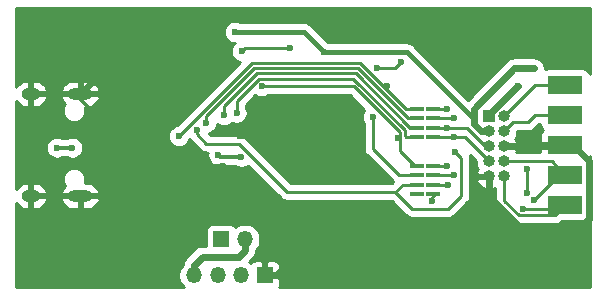
<source format=gbr>
%TF.GenerationSoftware,KiCad,Pcbnew,(5.1.9-0-10_14)*%
%TF.CreationDate,2021-02-21T16:58:23+08:00*%
%TF.ProjectId,stlinkv21_jlinkob,73746c69-6e6b-4763-9231-5f6a6c696e6b,rev?*%
%TF.SameCoordinates,Original*%
%TF.FileFunction,Copper,L2,Bot*%
%TF.FilePolarity,Positive*%
%FSLAX46Y46*%
G04 Gerber Fmt 4.6, Leading zero omitted, Abs format (unit mm)*
G04 Created by KiCad (PCBNEW (5.1.9-0-10_14)) date 2021-02-21 16:58:23*
%MOMM*%
%LPD*%
G01*
G04 APERTURE LIST*
%TA.AperFunction,SMDPad,CuDef*%
%ADD10R,1.200000X0.400000*%
%TD*%
%TA.AperFunction,SMDPad,CuDef*%
%ADD11R,2.999994X1.519936*%
%TD*%
%TA.AperFunction,ComponentPad*%
%ADD12O,1.350000X1.350000*%
%TD*%
%TA.AperFunction,ComponentPad*%
%ADD13R,1.350000X1.350000*%
%TD*%
%TA.AperFunction,ComponentPad*%
%ADD14O,1.000000X1.000000*%
%TD*%
%TA.AperFunction,ComponentPad*%
%ADD15R,1.000000X1.000000*%
%TD*%
%TA.AperFunction,ComponentPad*%
%ADD16O,2.100000X1.000000*%
%TD*%
%TA.AperFunction,ComponentPad*%
%ADD17O,1.600000X1.000000*%
%TD*%
%TA.AperFunction,ViaPad*%
%ADD18C,0.600000*%
%TD*%
%TA.AperFunction,Conductor*%
%ADD19C,0.300000*%
%TD*%
%TA.AperFunction,Conductor*%
%ADD20C,0.600000*%
%TD*%
%TA.AperFunction,Conductor*%
%ADD21C,0.400000*%
%TD*%
%TA.AperFunction,Conductor*%
%ADD22C,0.250000*%
%TD*%
%TA.AperFunction,Conductor*%
%ADD23C,0.254000*%
%TD*%
%TA.AperFunction,Conductor*%
%ADD24C,0.100000*%
%TD*%
G04 APERTURE END LIST*
D10*
%TO.P,RN4,5*%
%TO.N,Net-(RN4-Pad5)*%
X134600000Y-91410000D03*
%TO.P,RN4,6*%
%TO.N,PA9*%
X134600000Y-90610000D03*
%TO.P,RN4,7*%
%TO.N,PA3*%
X134600000Y-89810000D03*
%TO.P,RN4,8*%
%TO.N,PA2*%
X134600000Y-89010000D03*
%TO.P,RN4,4*%
%TO.N,Net-(RN2-Pad5)*%
X136000000Y-91410000D03*
%TO.P,RN4,1*%
%TO.N,TXD*%
X136000000Y-89010000D03*
%TO.P,RN4,3*%
%TO.N,GREEN*%
X136000000Y-90610000D03*
%TO.P,RN4,2*%
%TO.N,RXD*%
X136000000Y-89810000D03*
%TD*%
%TO.P,RN3,5*%
%TO.N,PB13*%
X134600000Y-86610000D03*
%TO.P,RN3,6*%
%TO.N,PB14*%
X134600000Y-85810000D03*
%TO.P,RN3,7*%
%TO.N,PB6*%
X134600000Y-85010000D03*
%TO.P,RN3,8*%
%TO.N,PA10*%
X134600000Y-84210000D03*
%TO.P,RN3,4*%
%TO.N,SWCLK*%
X136000000Y-86610000D03*
%TO.P,RN3,1*%
%TO.N,SWO*%
X136000000Y-84210000D03*
%TO.P,RN3,3*%
%TO.N,SWDIO*%
X136000000Y-85810000D03*
%TO.P,RN3,2*%
%TO.N,RST*%
X136000000Y-85010000D03*
%TD*%
D11*
%TO.P,J4,10*%
%TO.N,RXD*%
X147199394Y-92329746D03*
%TO.P,J4,8*%
%TO.N,TXD*%
X147199394Y-89789746D03*
%TO.P,J4,6*%
%TO.N,GND*%
X147199394Y-87249746D03*
%TO.P,J4,4*%
%TO.N,SWO*%
X147199394Y-84709746D03*
%TO.P,J4,2*%
%TO.N,RST*%
X147199394Y-82169746D03*
%TD*%
D12*
%TO.P,J3,4*%
%TO.N,+3V3*%
X115750000Y-98300000D03*
%TO.P,J3,3*%
%TO.N,m_DIO*%
X117750000Y-98300000D03*
%TO.P,J3,2*%
%TO.N,m_CLK*%
X119750000Y-98300000D03*
D13*
%TO.P,J3,1*%
%TO.N,GND*%
X121750000Y-98300000D03*
%TD*%
D14*
%TO.P,CON1,9*%
%TO.N,GND*%
X140735000Y-89910000D03*
%TO.P,CON1,10*%
%TO.N,RXD*%
X142005000Y-89910000D03*
%TO.P,CON1,7*%
%TO.N,SWCLK*%
X140735000Y-88640000D03*
%TO.P,CON1,8*%
%TO.N,TXD*%
X142005000Y-88640000D03*
%TO.P,CON1,5*%
%TO.N,SWDIO*%
X140735000Y-87370000D03*
%TO.P,CON1,6*%
%TO.N,GND*%
X142005000Y-87370000D03*
%TO.P,CON1,3*%
%TO.N,+3V3*%
X140735000Y-86100000D03*
%TO.P,CON1,4*%
%TO.N,SWO*%
X142005000Y-86100000D03*
%TO.P,CON1,2*%
%TO.N,RST*%
X142005000Y-84830000D03*
D15*
%TO.P,CON1,1*%
%TO.N,VBUS*%
X140735000Y-84830000D03*
%TD*%
D12*
%TO.P,J2,2*%
%TO.N,+3V3*%
X120070000Y-95230000D03*
D13*
%TO.P,J2,1*%
%TO.N,Net-(J2-Pad1)*%
X118070000Y-95230000D03*
%TD*%
D16*
%TO.P,J1,S1*%
%TO.N,GND*%
X106130000Y-91570000D03*
X106130000Y-82930000D03*
D17*
X101950000Y-82930000D03*
X101950000Y-91570000D03*
%TD*%
D18*
%TO.N,GND*%
X145542000Y-94234000D03*
X123594669Y-86545331D03*
X119629153Y-86514331D03*
X111400000Y-88630000D03*
X118244214Y-89015181D03*
X110240000Y-98350000D03*
X128400000Y-92610000D03*
X130900000Y-89840000D03*
X116056415Y-78536415D03*
X130070880Y-88254779D03*
X112370000Y-80120000D03*
%TO.N,VBUS*%
X143160000Y-82240000D03*
%TO.N,USB_DM*%
X105460000Y-87480000D03*
X104159999Y-87480437D03*
%TO.N,+3V3*%
X139446000Y-85090000D03*
X144526000Y-80772000D03*
X126780000Y-79410000D03*
X119770000Y-88260000D03*
X117830000Y-88105000D03*
X119200000Y-77680000D03*
%TO.N,RXD*%
X137767451Y-89814359D03*
X143592205Y-92635011D03*
%TO.N,TXD*%
X137160000Y-89020000D03*
X144525999Y-91910011D03*
%TO.N,SWDIO*%
X137161623Y-85811217D03*
X143978297Y-91285011D03*
X143980000Y-89265000D03*
%TO.N,SWO*%
X137160000Y-84210000D03*
%TO.N,SWCLK*%
X137760973Y-86611707D03*
%TO.N,RST*%
X137760001Y-85010002D03*
%TO.N,GREEN*%
X137265882Y-90679478D03*
%TO.N,PA9*%
X115990000Y-85990000D03*
X137870000Y-87830000D03*
%TO.N,PA3*%
X130900000Y-84880000D03*
X133300155Y-80209845D03*
X131260000Y-80720000D03*
%TO.N,PA4*%
X123880000Y-79070000D03*
X119810000Y-79330000D03*
%TO.N,PA2*%
X121486557Y-82276557D03*
X133014908Y-86636489D03*
%TO.N,PA10*%
X114470000Y-86500000D03*
X132083737Y-82296263D03*
%TO.N,PB6*%
X116790000Y-85370000D03*
%TO.N,PB13*%
X119360000Y-84530000D03*
%TO.N,PB14*%
X118290000Y-84720000D03*
%TO.N,Net-(RN2-Pad5)*%
X135870000Y-92030000D03*
%TD*%
D19*
%TO.N,GND*%
X119660153Y-86545331D02*
X119629153Y-86514331D01*
X123594669Y-86545331D02*
X119660153Y-86545331D01*
X108460000Y-91570000D02*
X106130000Y-91570000D01*
X111400000Y-88630000D02*
X108460000Y-91570000D01*
X111785181Y-89015181D02*
X111400000Y-88630000D01*
X118244214Y-89015181D02*
X111785181Y-89015181D01*
X106130000Y-83360000D02*
X106130000Y-82930000D01*
X111400000Y-88630000D02*
X106130000Y-83360000D01*
X106130000Y-94240000D02*
X106130000Y-91570000D01*
X110240000Y-98350000D02*
X106130000Y-94240000D01*
X130024000Y-94234000D02*
X128400000Y-92610000D01*
X145542000Y-94234000D02*
X130024000Y-94234000D01*
D20*
X148455107Y-94234000D02*
X145542000Y-94234000D01*
X149199392Y-93489715D02*
X148455107Y-94234000D01*
X147819361Y-87249746D02*
X149199392Y-88629777D01*
X149199392Y-88629777D02*
X149199392Y-93489715D01*
X147199394Y-87249746D02*
X147819361Y-87249746D01*
X147079140Y-87370000D02*
X147199394Y-87249746D01*
X142005000Y-87370000D02*
X147079140Y-87370000D01*
X140735000Y-91580896D02*
X140735000Y-89910000D01*
X143388104Y-94234000D02*
X140735000Y-91580896D01*
X145542000Y-94234000D02*
X143388104Y-94234000D01*
D19*
X130070880Y-89010880D02*
X130070880Y-88254779D01*
X130900000Y-89840000D02*
X130070880Y-89010880D01*
X113953585Y-78536415D02*
X112370000Y-80120000D01*
X116056415Y-78536415D02*
X113953585Y-78536415D01*
D20*
X122710000Y-98300000D02*
X128400000Y-92610000D01*
X121750000Y-98300000D02*
X122710000Y-98300000D01*
X108940000Y-80120000D02*
X106130000Y-82930000D01*
X112370000Y-80120000D02*
X108940000Y-80120000D01*
%TO.N,VBUS*%
X140735000Y-84665000D02*
X140735000Y-84830000D01*
X143160000Y-82240000D02*
X140735000Y-84665000D01*
D19*
%TO.N,USB_DM*%
X105459563Y-87480437D02*
X105460000Y-87480000D01*
X104159999Y-87480437D02*
X105459563Y-87480437D01*
D20*
%TO.N,+3V3*%
X120070000Y-96184594D02*
X119544594Y-96710000D01*
X120070000Y-95230000D02*
X120070000Y-96184594D01*
X119544594Y-96710000D02*
X116490000Y-96710000D01*
X115750000Y-97450000D02*
X115750000Y-98300000D01*
X116490000Y-96710000D02*
X115750000Y-97450000D01*
D21*
X133766000Y-79410000D02*
X126780000Y-79410000D01*
X139446000Y-85090000D02*
X133766000Y-79410000D01*
D19*
X117985000Y-88260000D02*
X117830000Y-88105000D01*
X119770000Y-88260000D02*
X117985000Y-88260000D01*
D20*
X139446000Y-84218998D02*
X139446000Y-85090000D01*
X142892998Y-80772000D02*
X139446000Y-84218998D01*
X144526000Y-80772000D02*
X142892998Y-80772000D01*
X139446000Y-85518106D02*
X139446000Y-85090000D01*
X140027894Y-86100000D02*
X139446000Y-85518106D01*
X140735000Y-86100000D02*
X140027894Y-86100000D01*
D21*
X126780000Y-79410000D02*
X125050000Y-77680000D01*
X125050000Y-77680000D02*
X119200000Y-77680000D01*
D22*
%TO.N,RXD*%
X136154359Y-89814359D02*
X136150000Y-89810000D01*
X137767451Y-89814359D02*
X136154359Y-89814359D01*
X147046648Y-92177000D02*
X147199394Y-92329746D01*
X142005000Y-89910000D02*
X142005000Y-91967000D01*
X142005000Y-91967000D02*
X143256000Y-93218000D01*
X146311140Y-93218000D02*
X147199394Y-92329746D01*
X143256000Y-93218000D02*
X146311140Y-93218000D01*
X146894129Y-92635011D02*
X147199394Y-92329746D01*
X143592205Y-92635011D02*
X146894129Y-92635011D01*
%TO.N,TXD*%
X136150000Y-89010000D02*
X136260000Y-89010000D01*
X136270000Y-89020000D02*
X137160000Y-89020000D01*
X136260000Y-89010000D02*
X136270000Y-89020000D01*
X146049648Y-88640000D02*
X147199394Y-89789746D01*
X142005000Y-88640000D02*
X146049648Y-88640000D01*
X146646264Y-89789746D02*
X147199394Y-89789746D01*
X144525999Y-91910011D02*
X146646264Y-89789746D01*
%TO.N,SWDIO*%
X136151217Y-85811217D02*
X136150000Y-85810000D01*
X137161623Y-85811217D02*
X136151217Y-85811217D01*
X140735000Y-87321002D02*
X140735000Y-87370000D01*
X143980000Y-91283308D02*
X143978297Y-91285011D01*
X143980000Y-89265000D02*
X143980000Y-91283308D01*
X138855214Y-85811217D02*
X140413997Y-87370000D01*
X140413997Y-87370000D02*
X140735000Y-87370000D01*
X137161623Y-85811217D02*
X138855214Y-85811217D01*
%TO.N,SWO*%
X137160000Y-84210000D02*
X136150000Y-84210000D01*
X142005000Y-86100000D02*
X142761000Y-85344000D01*
X142761000Y-85344000D02*
X144018000Y-85344000D01*
X144652254Y-84709746D02*
X147199394Y-84709746D01*
X144018000Y-85344000D02*
X144652254Y-84709746D01*
%TO.N,SWCLK*%
X137759266Y-86610000D02*
X137760973Y-86611707D01*
X136150000Y-86610000D02*
X137759266Y-86610000D01*
X138706707Y-86611707D02*
X140735000Y-88640000D01*
X137760973Y-86611707D02*
X138706707Y-86611707D01*
%TO.N,RST*%
X137759999Y-85010000D02*
X137760001Y-85010002D01*
X136150000Y-85010000D02*
X137759999Y-85010000D01*
X144665254Y-82169746D02*
X147199394Y-82169746D01*
X142005000Y-84830000D02*
X144665254Y-82169746D01*
%TO.N,GREEN*%
X137196404Y-90610000D02*
X137265882Y-90679478D01*
X136150000Y-90610000D02*
X137196404Y-90610000D01*
%TO.N,PA9*%
X119569332Y-87139332D02*
X116799332Y-87139332D01*
X123665001Y-91235001D02*
X119569332Y-87139332D01*
X132800001Y-91235001D02*
X123665001Y-91235001D01*
X133425002Y-90610000D02*
X132800001Y-91235001D01*
X134450000Y-90610000D02*
X133425002Y-90610000D01*
X115990000Y-86330000D02*
X115990000Y-85990000D01*
X116799332Y-87139332D02*
X115990000Y-86330000D01*
X138392452Y-88352452D02*
X138392452Y-91557548D01*
X137870000Y-87830000D02*
X138392452Y-88352452D01*
X134220001Y-92655001D02*
X132800001Y-91235001D01*
X137294999Y-92655001D02*
X134220001Y-92655001D01*
X138392452Y-91557548D02*
X137294999Y-92655001D01*
%TO.N,PA3*%
X131260000Y-80720000D02*
X132790000Y-80720000D01*
X132790000Y-80720000D02*
X133300155Y-80209845D01*
X134450000Y-89810000D02*
X133144998Y-89810000D01*
X130900000Y-87565002D02*
X130900000Y-84880000D01*
X133144998Y-89810000D02*
X130900000Y-87565002D01*
%TO.N,PA4*%
X120070000Y-79070000D02*
X119810000Y-79330000D01*
X123880000Y-79070000D02*
X120070000Y-79070000D01*
%TO.N,PA2*%
X121486557Y-82276557D02*
X129270917Y-82276557D01*
X133169990Y-87729990D02*
X134450000Y-89010000D01*
X133169990Y-86175630D02*
X133169990Y-87729990D01*
X129270917Y-82276557D02*
X133169990Y-86175630D01*
X133169990Y-86481407D02*
X133169990Y-86175630D01*
X133014908Y-86636489D02*
X133169990Y-86481407D01*
%TO.N,PA10*%
X114580000Y-86364341D02*
X114580000Y-86500000D01*
X120664341Y-80280000D02*
X120664341Y-80305659D01*
X120664341Y-80305659D02*
X114470000Y-86500000D01*
X134450000Y-84210000D02*
X133750000Y-84210000D01*
X129820000Y-80280000D02*
X120664341Y-80280000D01*
X132083737Y-82296263D02*
X131960000Y-82420000D01*
X131960000Y-82420000D02*
X129820000Y-80280000D01*
X133750000Y-84210000D02*
X131960000Y-82420000D01*
%TO.N,PB6*%
X116790000Y-84816410D02*
X116790000Y-85370000D01*
X129633600Y-80730010D02*
X120876400Y-80730010D01*
X120876400Y-80730010D02*
X116790000Y-84816410D01*
X133913590Y-85010000D02*
X129633600Y-80730010D01*
X134450000Y-85010000D02*
X133913590Y-85010000D01*
%TO.N,PB13*%
X119360000Y-83519230D02*
X119360000Y-84530000D01*
X121249200Y-81630030D02*
X119360000Y-83519230D01*
X129260800Y-81630030D02*
X121249200Y-81630030D01*
X133620000Y-85989230D02*
X129260800Y-81630030D01*
X133620000Y-86480000D02*
X133620000Y-85989230D01*
X133750000Y-86610000D02*
X133620000Y-86480000D01*
X134450000Y-86610000D02*
X133750000Y-86610000D01*
%TO.N,PB14*%
X118290000Y-83952820D02*
X118290000Y-84720000D01*
X129447200Y-81180020D02*
X121062800Y-81180020D01*
X121062800Y-81180020D02*
X118290000Y-83952820D01*
X134077180Y-85810000D02*
X129447200Y-81180020D01*
X134450000Y-85810000D02*
X134077180Y-85810000D01*
%TO.N,Net-(RN2-Pad5)*%
X135870000Y-91690000D02*
X136150000Y-91410000D01*
X135870000Y-92030000D02*
X135870000Y-91690000D01*
%TD*%
D23*
%TO.N,GND*%
X149315000Y-81251662D02*
X149288893Y-81165598D01*
X149229928Y-81055284D01*
X149150576Y-80958593D01*
X149053885Y-80879241D01*
X148943571Y-80820276D01*
X148823873Y-80783966D01*
X148699391Y-80771706D01*
X145699397Y-80771706D01*
X145574915Y-80783966D01*
X145461000Y-80818522D01*
X145461000Y-80817932D01*
X145465524Y-80772000D01*
X145461000Y-80726068D01*
X145461000Y-80679911D01*
X145451995Y-80634641D01*
X145447471Y-80588708D01*
X145434072Y-80544538D01*
X145425068Y-80499271D01*
X145407406Y-80456631D01*
X145394007Y-80412460D01*
X145372248Y-80371752D01*
X145354586Y-80329111D01*
X145328945Y-80290736D01*
X145307186Y-80250028D01*
X145277903Y-80214347D01*
X145252262Y-80175972D01*
X145219625Y-80143335D01*
X145190344Y-80107656D01*
X145154665Y-80078375D01*
X145122028Y-80045738D01*
X145083653Y-80020097D01*
X145047972Y-79990814D01*
X145007264Y-79969055D01*
X144968889Y-79943414D01*
X144926248Y-79925752D01*
X144885540Y-79903993D01*
X144841369Y-79890594D01*
X144798729Y-79872932D01*
X144753462Y-79863928D01*
X144709292Y-79850529D01*
X144663359Y-79846005D01*
X144618089Y-79837000D01*
X142938929Y-79837000D01*
X142892997Y-79832476D01*
X142709705Y-79850529D01*
X142656241Y-79866747D01*
X142533458Y-79903993D01*
X142371026Y-79990814D01*
X142228654Y-80107656D01*
X142199372Y-80143336D01*
X138939788Y-83402921D01*
X134385446Y-78848579D01*
X134359291Y-78816709D01*
X134232146Y-78712364D01*
X134087087Y-78634828D01*
X133929689Y-78587082D01*
X133807019Y-78575000D01*
X133807018Y-78575000D01*
X133766000Y-78570960D01*
X133724982Y-78575000D01*
X127207404Y-78575000D01*
X127068214Y-78517346D01*
X125669446Y-77118579D01*
X125643291Y-77086709D01*
X125516146Y-76982364D01*
X125371087Y-76904828D01*
X125213689Y-76857082D01*
X125091019Y-76845000D01*
X125091018Y-76845000D01*
X125050000Y-76840960D01*
X125008982Y-76845000D01*
X119627404Y-76845000D01*
X119472729Y-76780932D01*
X119292089Y-76745000D01*
X119107911Y-76745000D01*
X118927271Y-76780932D01*
X118757111Y-76851414D01*
X118603972Y-76953738D01*
X118473738Y-77083972D01*
X118371414Y-77237111D01*
X118300932Y-77407271D01*
X118265000Y-77587911D01*
X118265000Y-77772089D01*
X118300932Y-77952729D01*
X118371414Y-78122889D01*
X118473738Y-78276028D01*
X118603972Y-78406262D01*
X118757111Y-78508586D01*
X118927271Y-78579068D01*
X119107911Y-78615000D01*
X119202710Y-78615000D01*
X119083738Y-78733972D01*
X118981414Y-78887111D01*
X118910932Y-79057271D01*
X118875000Y-79237911D01*
X118875000Y-79422089D01*
X118910932Y-79602729D01*
X118981414Y-79772889D01*
X119083738Y-79926028D01*
X119213972Y-80056262D01*
X119367111Y-80158586D01*
X119537271Y-80229068D01*
X119644751Y-80250447D01*
X114318352Y-85576847D01*
X114197271Y-85600932D01*
X114027111Y-85671414D01*
X113873972Y-85773738D01*
X113743738Y-85903972D01*
X113641414Y-86057111D01*
X113570932Y-86227271D01*
X113535000Y-86407911D01*
X113535000Y-86592089D01*
X113570932Y-86772729D01*
X113641414Y-86942889D01*
X113743738Y-87096028D01*
X113873972Y-87226262D01*
X114027111Y-87328586D01*
X114197271Y-87399068D01*
X114377911Y-87435000D01*
X114562089Y-87435000D01*
X114742729Y-87399068D01*
X114912889Y-87328586D01*
X115066028Y-87226262D01*
X115196262Y-87096028D01*
X115298586Y-86942889D01*
X115369068Y-86772729D01*
X115369283Y-86771648D01*
X115387318Y-86793623D01*
X115449999Y-86870001D01*
X115479002Y-86893803D01*
X116235533Y-87650334D01*
X116259331Y-87679333D01*
X116375056Y-87774306D01*
X116507085Y-87844878D01*
X116650346Y-87888335D01*
X116761999Y-87899332D01*
X116762008Y-87899332D01*
X116799331Y-87903008D01*
X116836654Y-87899332D01*
X116917593Y-87899332D01*
X116895000Y-88012911D01*
X116895000Y-88197089D01*
X116930932Y-88377729D01*
X117001414Y-88547889D01*
X117103738Y-88701028D01*
X117233972Y-88831262D01*
X117387111Y-88933586D01*
X117557271Y-89004068D01*
X117737911Y-89040000D01*
X117895675Y-89040000D01*
X117946439Y-89045000D01*
X117946446Y-89045000D01*
X117984999Y-89048797D01*
X118023552Y-89045000D01*
X119261880Y-89045000D01*
X119327111Y-89088586D01*
X119497271Y-89159068D01*
X119677911Y-89195000D01*
X119862089Y-89195000D01*
X120042729Y-89159068D01*
X120212889Y-89088586D01*
X120351301Y-88996102D01*
X123101201Y-91746003D01*
X123125000Y-91775002D01*
X123240725Y-91869975D01*
X123372754Y-91940547D01*
X123516015Y-91984004D01*
X123627668Y-91995001D01*
X123627676Y-91995001D01*
X123665001Y-91998677D01*
X123702326Y-91995001D01*
X132485200Y-91995001D01*
X133656202Y-93166004D01*
X133680000Y-93195002D01*
X133795725Y-93289975D01*
X133927754Y-93360547D01*
X134071015Y-93404004D01*
X134182668Y-93415001D01*
X134182677Y-93415001D01*
X134220000Y-93418677D01*
X134257323Y-93415001D01*
X137257677Y-93415001D01*
X137294999Y-93418677D01*
X137332321Y-93415001D01*
X137332332Y-93415001D01*
X137443985Y-93404004D01*
X137587246Y-93360547D01*
X137719275Y-93289975D01*
X137835000Y-93195002D01*
X137858803Y-93165999D01*
X138903455Y-92121347D01*
X138932453Y-92097549D01*
X138984596Y-92034013D01*
X139027426Y-91981825D01*
X139097998Y-91849795D01*
X139113467Y-91798800D01*
X139141455Y-91706534D01*
X139152452Y-91594881D01*
X139152452Y-91594871D01*
X139156128Y-91557548D01*
X139152452Y-91520225D01*
X139152452Y-90211874D01*
X139640881Y-90211874D01*
X139657554Y-90266864D01*
X139747877Y-90470206D01*
X139876135Y-90652020D01*
X140037399Y-90805318D01*
X140225471Y-90924210D01*
X140433124Y-91004126D01*
X140608000Y-90879129D01*
X140608000Y-90037000D01*
X139767046Y-90037000D01*
X139640881Y-90211874D01*
X139152452Y-90211874D01*
X139152452Y-88389777D01*
X139156128Y-88352452D01*
X139152452Y-88315127D01*
X139152452Y-88315119D01*
X139141455Y-88203466D01*
X139105659Y-88085461D01*
X139600000Y-88579802D01*
X139600000Y-88751788D01*
X139643617Y-88971067D01*
X139729176Y-89177624D01*
X139797353Y-89279658D01*
X139747877Y-89349794D01*
X139657554Y-89553136D01*
X139640881Y-89608126D01*
X139767046Y-89783000D01*
X140608000Y-89783000D01*
X140608000Y-89771974D01*
X140623212Y-89775000D01*
X140846788Y-89775000D01*
X140862000Y-89771974D01*
X140862000Y-89783000D01*
X140873026Y-89783000D01*
X140870000Y-89798212D01*
X140870000Y-90021788D01*
X140873026Y-90037000D01*
X140862000Y-90037000D01*
X140862000Y-90879129D01*
X141036876Y-91004126D01*
X141244529Y-90924210D01*
X141245000Y-90923912D01*
X141245001Y-91929668D01*
X141241324Y-91967000D01*
X141245001Y-92004333D01*
X141255998Y-92115986D01*
X141258432Y-92124009D01*
X141299454Y-92259246D01*
X141370026Y-92391276D01*
X141424786Y-92458000D01*
X141465000Y-92507001D01*
X141493998Y-92530799D01*
X142692201Y-93729003D01*
X142715999Y-93758001D01*
X142831724Y-93852974D01*
X142963753Y-93923546D01*
X143107014Y-93967003D01*
X143218667Y-93978000D01*
X143218676Y-93978000D01*
X143255999Y-93981676D01*
X143293322Y-93978000D01*
X146273818Y-93978000D01*
X146311140Y-93981676D01*
X146348462Y-93978000D01*
X146348473Y-93978000D01*
X146460126Y-93967003D01*
X146603387Y-93923546D01*
X146735416Y-93852974D01*
X146851141Y-93758001D01*
X146874943Y-93728998D01*
X146876155Y-93727786D01*
X148699391Y-93727786D01*
X148823873Y-93715526D01*
X148943571Y-93679216D01*
X149053885Y-93620251D01*
X149150576Y-93540899D01*
X149229928Y-93444208D01*
X149288893Y-93333894D01*
X149315001Y-93247828D01*
X149315001Y-99315000D01*
X122963284Y-99315000D01*
X123014502Y-99219180D01*
X123050812Y-99099482D01*
X123063072Y-98975000D01*
X123060000Y-98585750D01*
X122901250Y-98427000D01*
X121877000Y-98427000D01*
X121877000Y-98447000D01*
X121623000Y-98447000D01*
X121623000Y-98427000D01*
X121603000Y-98427000D01*
X121603000Y-98173000D01*
X121623000Y-98173000D01*
X121623000Y-97148750D01*
X121877000Y-97148750D01*
X121877000Y-98173000D01*
X122901250Y-98173000D01*
X123060000Y-98014250D01*
X123063072Y-97625000D01*
X123050812Y-97500518D01*
X123014502Y-97380820D01*
X122955537Y-97270506D01*
X122876185Y-97173815D01*
X122779494Y-97094463D01*
X122669180Y-97035498D01*
X122549482Y-96999188D01*
X122425000Y-96986928D01*
X122035750Y-96990000D01*
X121877000Y-97148750D01*
X121623000Y-97148750D01*
X121464250Y-96990000D01*
X121075000Y-96986928D01*
X120950518Y-96999188D01*
X120830820Y-97035498D01*
X120720506Y-97094463D01*
X120623815Y-97173815D01*
X120552513Y-97260697D01*
X120410845Y-97166038D01*
X120698659Y-96878224D01*
X120734344Y-96848938D01*
X120851186Y-96706566D01*
X120938007Y-96544134D01*
X120991471Y-96367886D01*
X121009524Y-96184595D01*
X121005803Y-96146818D01*
X121087544Y-96065077D01*
X121230907Y-95850518D01*
X121329658Y-95612113D01*
X121380000Y-95359024D01*
X121380000Y-95100976D01*
X121329658Y-94847887D01*
X121230907Y-94609482D01*
X121087544Y-94394923D01*
X120905077Y-94212456D01*
X120690518Y-94069093D01*
X120452113Y-93970342D01*
X120199024Y-93920000D01*
X119940976Y-93920000D01*
X119687887Y-93970342D01*
X119449482Y-94069093D01*
X119267487Y-94190697D01*
X119196185Y-94103815D01*
X119099494Y-94024463D01*
X118989180Y-93965498D01*
X118869482Y-93929188D01*
X118745000Y-93916928D01*
X117395000Y-93916928D01*
X117270518Y-93929188D01*
X117150820Y-93965498D01*
X117040506Y-94024463D01*
X116943815Y-94103815D01*
X116864463Y-94200506D01*
X116805498Y-94310820D01*
X116769188Y-94430518D01*
X116756928Y-94555000D01*
X116756928Y-95775000D01*
X116535931Y-95775000D01*
X116489999Y-95770476D01*
X116306707Y-95788529D01*
X116253243Y-95804747D01*
X116130460Y-95841993D01*
X115968028Y-95928814D01*
X115825656Y-96045656D01*
X115796376Y-96081334D01*
X115121341Y-96756370D01*
X115085656Y-96785656D01*
X114968814Y-96928029D01*
X114881993Y-97090461D01*
X114856708Y-97173815D01*
X114828529Y-97266709D01*
X114817370Y-97380009D01*
X114732456Y-97464923D01*
X114589093Y-97679482D01*
X114490342Y-97917887D01*
X114440000Y-98170976D01*
X114440000Y-98429024D01*
X114490342Y-98682113D01*
X114589093Y-98920518D01*
X114732456Y-99135077D01*
X114912379Y-99315000D01*
X100685000Y-99315000D01*
X100685000Y-92170882D01*
X100757631Y-92282764D01*
X100913831Y-92443161D01*
X101098322Y-92570003D01*
X101304013Y-92658415D01*
X101523000Y-92705000D01*
X101823000Y-92705000D01*
X101823000Y-91697000D01*
X102077000Y-91697000D01*
X102077000Y-92705000D01*
X102377000Y-92705000D01*
X102595987Y-92658415D01*
X102801678Y-92570003D01*
X102986169Y-92443161D01*
X103142369Y-92282764D01*
X103264276Y-92094976D01*
X103344119Y-91871874D01*
X104485881Y-91871874D01*
X104565724Y-92094976D01*
X104687631Y-92282764D01*
X104843831Y-92443161D01*
X105028322Y-92570003D01*
X105234013Y-92658415D01*
X105453000Y-92705000D01*
X106003000Y-92705000D01*
X106003000Y-91697000D01*
X106257000Y-91697000D01*
X106257000Y-92705000D01*
X106807000Y-92705000D01*
X107025987Y-92658415D01*
X107231678Y-92570003D01*
X107416169Y-92443161D01*
X107572369Y-92282764D01*
X107694276Y-92094976D01*
X107774119Y-91871874D01*
X107647954Y-91697000D01*
X106257000Y-91697000D01*
X106003000Y-91697000D01*
X104612046Y-91697000D01*
X104485881Y-91871874D01*
X103344119Y-91871874D01*
X103217954Y-91697000D01*
X102077000Y-91697000D01*
X101823000Y-91697000D01*
X101803000Y-91697000D01*
X101803000Y-91443000D01*
X101823000Y-91443000D01*
X101823000Y-90435000D01*
X102077000Y-90435000D01*
X102077000Y-91443000D01*
X103217954Y-91443000D01*
X103344119Y-91268126D01*
X104485881Y-91268126D01*
X104612046Y-91443000D01*
X106003000Y-91443000D01*
X106003000Y-91423000D01*
X106257000Y-91423000D01*
X106257000Y-91443000D01*
X107647954Y-91443000D01*
X107774119Y-91268126D01*
X107694276Y-91045024D01*
X107572369Y-90857236D01*
X107416169Y-90696839D01*
X107231678Y-90569997D01*
X107025987Y-90481585D01*
X106807000Y-90435000D01*
X106516904Y-90435000D01*
X106523108Y-90420022D01*
X106560000Y-90234552D01*
X106560000Y-90045448D01*
X106523108Y-89859978D01*
X106450741Y-89685269D01*
X106345681Y-89528036D01*
X106211964Y-89394319D01*
X106054731Y-89289259D01*
X105880022Y-89216892D01*
X105694552Y-89180000D01*
X105505448Y-89180000D01*
X105319978Y-89216892D01*
X105145269Y-89289259D01*
X104988036Y-89394319D01*
X104854319Y-89528036D01*
X104749259Y-89685269D01*
X104676892Y-89859978D01*
X104640000Y-90045448D01*
X104640000Y-90234552D01*
X104676892Y-90420022D01*
X104749259Y-90594731D01*
X104828206Y-90712884D01*
X104687631Y-90857236D01*
X104565724Y-91045024D01*
X104485881Y-91268126D01*
X103344119Y-91268126D01*
X103264276Y-91045024D01*
X103142369Y-90857236D01*
X102986169Y-90696839D01*
X102801678Y-90569997D01*
X102595987Y-90481585D01*
X102377000Y-90435000D01*
X102077000Y-90435000D01*
X101823000Y-90435000D01*
X101523000Y-90435000D01*
X101304013Y-90481585D01*
X101098322Y-90569997D01*
X100913831Y-90696839D01*
X100757631Y-90857236D01*
X100685000Y-90969118D01*
X100685000Y-87388348D01*
X103224999Y-87388348D01*
X103224999Y-87572526D01*
X103260931Y-87753166D01*
X103331413Y-87923326D01*
X103433737Y-88076465D01*
X103563971Y-88206699D01*
X103717110Y-88309023D01*
X103887270Y-88379505D01*
X104067910Y-88415437D01*
X104252088Y-88415437D01*
X104432728Y-88379505D01*
X104602888Y-88309023D01*
X104668119Y-88265437D01*
X104952534Y-88265437D01*
X105017111Y-88308586D01*
X105187271Y-88379068D01*
X105367911Y-88415000D01*
X105552089Y-88415000D01*
X105732729Y-88379068D01*
X105902889Y-88308586D01*
X106056028Y-88206262D01*
X106186262Y-88076028D01*
X106288586Y-87922889D01*
X106359068Y-87752729D01*
X106395000Y-87572089D01*
X106395000Y-87387911D01*
X106359068Y-87207271D01*
X106288586Y-87037111D01*
X106186262Y-86883972D01*
X106056028Y-86753738D01*
X105902889Y-86651414D01*
X105732729Y-86580932D01*
X105552089Y-86545000D01*
X105367911Y-86545000D01*
X105187271Y-86580932D01*
X105017111Y-86651414D01*
X104951226Y-86695437D01*
X104668119Y-86695437D01*
X104602888Y-86651851D01*
X104432728Y-86581369D01*
X104252088Y-86545437D01*
X104067910Y-86545437D01*
X103887270Y-86581369D01*
X103717110Y-86651851D01*
X103563971Y-86754175D01*
X103433737Y-86884409D01*
X103331413Y-87037548D01*
X103260931Y-87207708D01*
X103224999Y-87388348D01*
X100685000Y-87388348D01*
X100685000Y-83530882D01*
X100757631Y-83642764D01*
X100913831Y-83803161D01*
X101098322Y-83930003D01*
X101304013Y-84018415D01*
X101523000Y-84065000D01*
X101823000Y-84065000D01*
X101823000Y-83057000D01*
X102077000Y-83057000D01*
X102077000Y-84065000D01*
X102377000Y-84065000D01*
X102595987Y-84018415D01*
X102801678Y-83930003D01*
X102986169Y-83803161D01*
X103142369Y-83642764D01*
X103264276Y-83454976D01*
X103344119Y-83231874D01*
X104485881Y-83231874D01*
X104565724Y-83454976D01*
X104687631Y-83642764D01*
X104828206Y-83787116D01*
X104749259Y-83905269D01*
X104676892Y-84079978D01*
X104640000Y-84265448D01*
X104640000Y-84454552D01*
X104676892Y-84640022D01*
X104749259Y-84814731D01*
X104854319Y-84971964D01*
X104988036Y-85105681D01*
X105145269Y-85210741D01*
X105319978Y-85283108D01*
X105505448Y-85320000D01*
X105694552Y-85320000D01*
X105880022Y-85283108D01*
X106054731Y-85210741D01*
X106211964Y-85105681D01*
X106345681Y-84971964D01*
X106450741Y-84814731D01*
X106523108Y-84640022D01*
X106560000Y-84454552D01*
X106560000Y-84265448D01*
X106523108Y-84079978D01*
X106516904Y-84065000D01*
X106807000Y-84065000D01*
X107025987Y-84018415D01*
X107231678Y-83930003D01*
X107416169Y-83803161D01*
X107572369Y-83642764D01*
X107694276Y-83454976D01*
X107774119Y-83231874D01*
X107647954Y-83057000D01*
X106257000Y-83057000D01*
X106257000Y-83077000D01*
X106003000Y-83077000D01*
X106003000Y-83057000D01*
X104612046Y-83057000D01*
X104485881Y-83231874D01*
X103344119Y-83231874D01*
X103217954Y-83057000D01*
X102077000Y-83057000D01*
X101823000Y-83057000D01*
X101803000Y-83057000D01*
X101803000Y-82803000D01*
X101823000Y-82803000D01*
X101823000Y-81795000D01*
X102077000Y-81795000D01*
X102077000Y-82803000D01*
X103217954Y-82803000D01*
X103344119Y-82628126D01*
X104485881Y-82628126D01*
X104612046Y-82803000D01*
X106003000Y-82803000D01*
X106003000Y-81795000D01*
X106257000Y-81795000D01*
X106257000Y-82803000D01*
X107647954Y-82803000D01*
X107774119Y-82628126D01*
X107694276Y-82405024D01*
X107572369Y-82217236D01*
X107416169Y-82056839D01*
X107231678Y-81929997D01*
X107025987Y-81841585D01*
X106807000Y-81795000D01*
X106257000Y-81795000D01*
X106003000Y-81795000D01*
X105453000Y-81795000D01*
X105234013Y-81841585D01*
X105028322Y-81929997D01*
X104843831Y-82056839D01*
X104687631Y-82217236D01*
X104565724Y-82405024D01*
X104485881Y-82628126D01*
X103344119Y-82628126D01*
X103264276Y-82405024D01*
X103142369Y-82217236D01*
X102986169Y-82056839D01*
X102801678Y-81929997D01*
X102595987Y-81841585D01*
X102377000Y-81795000D01*
X102077000Y-81795000D01*
X101823000Y-81795000D01*
X101523000Y-81795000D01*
X101304013Y-81841585D01*
X101098322Y-81929997D01*
X100913831Y-82056839D01*
X100757631Y-82217236D01*
X100685000Y-82329118D01*
X100685000Y-75685000D01*
X149315000Y-75685000D01*
X149315000Y-81251662D01*
%TA.AperFunction,Conductor*%
D24*
G36*
X149315000Y-81251662D02*
G01*
X149288893Y-81165598D01*
X149229928Y-81055284D01*
X149150576Y-80958593D01*
X149053885Y-80879241D01*
X148943571Y-80820276D01*
X148823873Y-80783966D01*
X148699391Y-80771706D01*
X145699397Y-80771706D01*
X145574915Y-80783966D01*
X145461000Y-80818522D01*
X145461000Y-80817932D01*
X145465524Y-80772000D01*
X145461000Y-80726068D01*
X145461000Y-80679911D01*
X145451995Y-80634641D01*
X145447471Y-80588708D01*
X145434072Y-80544538D01*
X145425068Y-80499271D01*
X145407406Y-80456631D01*
X145394007Y-80412460D01*
X145372248Y-80371752D01*
X145354586Y-80329111D01*
X145328945Y-80290736D01*
X145307186Y-80250028D01*
X145277903Y-80214347D01*
X145252262Y-80175972D01*
X145219625Y-80143335D01*
X145190344Y-80107656D01*
X145154665Y-80078375D01*
X145122028Y-80045738D01*
X145083653Y-80020097D01*
X145047972Y-79990814D01*
X145007264Y-79969055D01*
X144968889Y-79943414D01*
X144926248Y-79925752D01*
X144885540Y-79903993D01*
X144841369Y-79890594D01*
X144798729Y-79872932D01*
X144753462Y-79863928D01*
X144709292Y-79850529D01*
X144663359Y-79846005D01*
X144618089Y-79837000D01*
X142938929Y-79837000D01*
X142892997Y-79832476D01*
X142709705Y-79850529D01*
X142656241Y-79866747D01*
X142533458Y-79903993D01*
X142371026Y-79990814D01*
X142228654Y-80107656D01*
X142199372Y-80143336D01*
X138939788Y-83402921D01*
X134385446Y-78848579D01*
X134359291Y-78816709D01*
X134232146Y-78712364D01*
X134087087Y-78634828D01*
X133929689Y-78587082D01*
X133807019Y-78575000D01*
X133807018Y-78575000D01*
X133766000Y-78570960D01*
X133724982Y-78575000D01*
X127207404Y-78575000D01*
X127068214Y-78517346D01*
X125669446Y-77118579D01*
X125643291Y-77086709D01*
X125516146Y-76982364D01*
X125371087Y-76904828D01*
X125213689Y-76857082D01*
X125091019Y-76845000D01*
X125091018Y-76845000D01*
X125050000Y-76840960D01*
X125008982Y-76845000D01*
X119627404Y-76845000D01*
X119472729Y-76780932D01*
X119292089Y-76745000D01*
X119107911Y-76745000D01*
X118927271Y-76780932D01*
X118757111Y-76851414D01*
X118603972Y-76953738D01*
X118473738Y-77083972D01*
X118371414Y-77237111D01*
X118300932Y-77407271D01*
X118265000Y-77587911D01*
X118265000Y-77772089D01*
X118300932Y-77952729D01*
X118371414Y-78122889D01*
X118473738Y-78276028D01*
X118603972Y-78406262D01*
X118757111Y-78508586D01*
X118927271Y-78579068D01*
X119107911Y-78615000D01*
X119202710Y-78615000D01*
X119083738Y-78733972D01*
X118981414Y-78887111D01*
X118910932Y-79057271D01*
X118875000Y-79237911D01*
X118875000Y-79422089D01*
X118910932Y-79602729D01*
X118981414Y-79772889D01*
X119083738Y-79926028D01*
X119213972Y-80056262D01*
X119367111Y-80158586D01*
X119537271Y-80229068D01*
X119644751Y-80250447D01*
X114318352Y-85576847D01*
X114197271Y-85600932D01*
X114027111Y-85671414D01*
X113873972Y-85773738D01*
X113743738Y-85903972D01*
X113641414Y-86057111D01*
X113570932Y-86227271D01*
X113535000Y-86407911D01*
X113535000Y-86592089D01*
X113570932Y-86772729D01*
X113641414Y-86942889D01*
X113743738Y-87096028D01*
X113873972Y-87226262D01*
X114027111Y-87328586D01*
X114197271Y-87399068D01*
X114377911Y-87435000D01*
X114562089Y-87435000D01*
X114742729Y-87399068D01*
X114912889Y-87328586D01*
X115066028Y-87226262D01*
X115196262Y-87096028D01*
X115298586Y-86942889D01*
X115369068Y-86772729D01*
X115369283Y-86771648D01*
X115387318Y-86793623D01*
X115449999Y-86870001D01*
X115479002Y-86893803D01*
X116235533Y-87650334D01*
X116259331Y-87679333D01*
X116375056Y-87774306D01*
X116507085Y-87844878D01*
X116650346Y-87888335D01*
X116761999Y-87899332D01*
X116762008Y-87899332D01*
X116799331Y-87903008D01*
X116836654Y-87899332D01*
X116917593Y-87899332D01*
X116895000Y-88012911D01*
X116895000Y-88197089D01*
X116930932Y-88377729D01*
X117001414Y-88547889D01*
X117103738Y-88701028D01*
X117233972Y-88831262D01*
X117387111Y-88933586D01*
X117557271Y-89004068D01*
X117737911Y-89040000D01*
X117895675Y-89040000D01*
X117946439Y-89045000D01*
X117946446Y-89045000D01*
X117984999Y-89048797D01*
X118023552Y-89045000D01*
X119261880Y-89045000D01*
X119327111Y-89088586D01*
X119497271Y-89159068D01*
X119677911Y-89195000D01*
X119862089Y-89195000D01*
X120042729Y-89159068D01*
X120212889Y-89088586D01*
X120351301Y-88996102D01*
X123101201Y-91746003D01*
X123125000Y-91775002D01*
X123240725Y-91869975D01*
X123372754Y-91940547D01*
X123516015Y-91984004D01*
X123627668Y-91995001D01*
X123627676Y-91995001D01*
X123665001Y-91998677D01*
X123702326Y-91995001D01*
X132485200Y-91995001D01*
X133656202Y-93166004D01*
X133680000Y-93195002D01*
X133795725Y-93289975D01*
X133927754Y-93360547D01*
X134071015Y-93404004D01*
X134182668Y-93415001D01*
X134182677Y-93415001D01*
X134220000Y-93418677D01*
X134257323Y-93415001D01*
X137257677Y-93415001D01*
X137294999Y-93418677D01*
X137332321Y-93415001D01*
X137332332Y-93415001D01*
X137443985Y-93404004D01*
X137587246Y-93360547D01*
X137719275Y-93289975D01*
X137835000Y-93195002D01*
X137858803Y-93165999D01*
X138903455Y-92121347D01*
X138932453Y-92097549D01*
X138984596Y-92034013D01*
X139027426Y-91981825D01*
X139097998Y-91849795D01*
X139113467Y-91798800D01*
X139141455Y-91706534D01*
X139152452Y-91594881D01*
X139152452Y-91594871D01*
X139156128Y-91557548D01*
X139152452Y-91520225D01*
X139152452Y-90211874D01*
X139640881Y-90211874D01*
X139657554Y-90266864D01*
X139747877Y-90470206D01*
X139876135Y-90652020D01*
X140037399Y-90805318D01*
X140225471Y-90924210D01*
X140433124Y-91004126D01*
X140608000Y-90879129D01*
X140608000Y-90037000D01*
X139767046Y-90037000D01*
X139640881Y-90211874D01*
X139152452Y-90211874D01*
X139152452Y-88389777D01*
X139156128Y-88352452D01*
X139152452Y-88315127D01*
X139152452Y-88315119D01*
X139141455Y-88203466D01*
X139105659Y-88085461D01*
X139600000Y-88579802D01*
X139600000Y-88751788D01*
X139643617Y-88971067D01*
X139729176Y-89177624D01*
X139797353Y-89279658D01*
X139747877Y-89349794D01*
X139657554Y-89553136D01*
X139640881Y-89608126D01*
X139767046Y-89783000D01*
X140608000Y-89783000D01*
X140608000Y-89771974D01*
X140623212Y-89775000D01*
X140846788Y-89775000D01*
X140862000Y-89771974D01*
X140862000Y-89783000D01*
X140873026Y-89783000D01*
X140870000Y-89798212D01*
X140870000Y-90021788D01*
X140873026Y-90037000D01*
X140862000Y-90037000D01*
X140862000Y-90879129D01*
X141036876Y-91004126D01*
X141244529Y-90924210D01*
X141245000Y-90923912D01*
X141245001Y-91929668D01*
X141241324Y-91967000D01*
X141245001Y-92004333D01*
X141255998Y-92115986D01*
X141258432Y-92124009D01*
X141299454Y-92259246D01*
X141370026Y-92391276D01*
X141424786Y-92458000D01*
X141465000Y-92507001D01*
X141493998Y-92530799D01*
X142692201Y-93729003D01*
X142715999Y-93758001D01*
X142831724Y-93852974D01*
X142963753Y-93923546D01*
X143107014Y-93967003D01*
X143218667Y-93978000D01*
X143218676Y-93978000D01*
X143255999Y-93981676D01*
X143293322Y-93978000D01*
X146273818Y-93978000D01*
X146311140Y-93981676D01*
X146348462Y-93978000D01*
X146348473Y-93978000D01*
X146460126Y-93967003D01*
X146603387Y-93923546D01*
X146735416Y-93852974D01*
X146851141Y-93758001D01*
X146874943Y-93728998D01*
X146876155Y-93727786D01*
X148699391Y-93727786D01*
X148823873Y-93715526D01*
X148943571Y-93679216D01*
X149053885Y-93620251D01*
X149150576Y-93540899D01*
X149229928Y-93444208D01*
X149288893Y-93333894D01*
X149315001Y-93247828D01*
X149315001Y-99315000D01*
X122963284Y-99315000D01*
X123014502Y-99219180D01*
X123050812Y-99099482D01*
X123063072Y-98975000D01*
X123060000Y-98585750D01*
X122901250Y-98427000D01*
X121877000Y-98427000D01*
X121877000Y-98447000D01*
X121623000Y-98447000D01*
X121623000Y-98427000D01*
X121603000Y-98427000D01*
X121603000Y-98173000D01*
X121623000Y-98173000D01*
X121623000Y-97148750D01*
X121877000Y-97148750D01*
X121877000Y-98173000D01*
X122901250Y-98173000D01*
X123060000Y-98014250D01*
X123063072Y-97625000D01*
X123050812Y-97500518D01*
X123014502Y-97380820D01*
X122955537Y-97270506D01*
X122876185Y-97173815D01*
X122779494Y-97094463D01*
X122669180Y-97035498D01*
X122549482Y-96999188D01*
X122425000Y-96986928D01*
X122035750Y-96990000D01*
X121877000Y-97148750D01*
X121623000Y-97148750D01*
X121464250Y-96990000D01*
X121075000Y-96986928D01*
X120950518Y-96999188D01*
X120830820Y-97035498D01*
X120720506Y-97094463D01*
X120623815Y-97173815D01*
X120552513Y-97260697D01*
X120410845Y-97166038D01*
X120698659Y-96878224D01*
X120734344Y-96848938D01*
X120851186Y-96706566D01*
X120938007Y-96544134D01*
X120991471Y-96367886D01*
X121009524Y-96184595D01*
X121005803Y-96146818D01*
X121087544Y-96065077D01*
X121230907Y-95850518D01*
X121329658Y-95612113D01*
X121380000Y-95359024D01*
X121380000Y-95100976D01*
X121329658Y-94847887D01*
X121230907Y-94609482D01*
X121087544Y-94394923D01*
X120905077Y-94212456D01*
X120690518Y-94069093D01*
X120452113Y-93970342D01*
X120199024Y-93920000D01*
X119940976Y-93920000D01*
X119687887Y-93970342D01*
X119449482Y-94069093D01*
X119267487Y-94190697D01*
X119196185Y-94103815D01*
X119099494Y-94024463D01*
X118989180Y-93965498D01*
X118869482Y-93929188D01*
X118745000Y-93916928D01*
X117395000Y-93916928D01*
X117270518Y-93929188D01*
X117150820Y-93965498D01*
X117040506Y-94024463D01*
X116943815Y-94103815D01*
X116864463Y-94200506D01*
X116805498Y-94310820D01*
X116769188Y-94430518D01*
X116756928Y-94555000D01*
X116756928Y-95775000D01*
X116535931Y-95775000D01*
X116489999Y-95770476D01*
X116306707Y-95788529D01*
X116253243Y-95804747D01*
X116130460Y-95841993D01*
X115968028Y-95928814D01*
X115825656Y-96045656D01*
X115796376Y-96081334D01*
X115121341Y-96756370D01*
X115085656Y-96785656D01*
X114968814Y-96928029D01*
X114881993Y-97090461D01*
X114856708Y-97173815D01*
X114828529Y-97266709D01*
X114817370Y-97380009D01*
X114732456Y-97464923D01*
X114589093Y-97679482D01*
X114490342Y-97917887D01*
X114440000Y-98170976D01*
X114440000Y-98429024D01*
X114490342Y-98682113D01*
X114589093Y-98920518D01*
X114732456Y-99135077D01*
X114912379Y-99315000D01*
X100685000Y-99315000D01*
X100685000Y-92170882D01*
X100757631Y-92282764D01*
X100913831Y-92443161D01*
X101098322Y-92570003D01*
X101304013Y-92658415D01*
X101523000Y-92705000D01*
X101823000Y-92705000D01*
X101823000Y-91697000D01*
X102077000Y-91697000D01*
X102077000Y-92705000D01*
X102377000Y-92705000D01*
X102595987Y-92658415D01*
X102801678Y-92570003D01*
X102986169Y-92443161D01*
X103142369Y-92282764D01*
X103264276Y-92094976D01*
X103344119Y-91871874D01*
X104485881Y-91871874D01*
X104565724Y-92094976D01*
X104687631Y-92282764D01*
X104843831Y-92443161D01*
X105028322Y-92570003D01*
X105234013Y-92658415D01*
X105453000Y-92705000D01*
X106003000Y-92705000D01*
X106003000Y-91697000D01*
X106257000Y-91697000D01*
X106257000Y-92705000D01*
X106807000Y-92705000D01*
X107025987Y-92658415D01*
X107231678Y-92570003D01*
X107416169Y-92443161D01*
X107572369Y-92282764D01*
X107694276Y-92094976D01*
X107774119Y-91871874D01*
X107647954Y-91697000D01*
X106257000Y-91697000D01*
X106003000Y-91697000D01*
X104612046Y-91697000D01*
X104485881Y-91871874D01*
X103344119Y-91871874D01*
X103217954Y-91697000D01*
X102077000Y-91697000D01*
X101823000Y-91697000D01*
X101803000Y-91697000D01*
X101803000Y-91443000D01*
X101823000Y-91443000D01*
X101823000Y-90435000D01*
X102077000Y-90435000D01*
X102077000Y-91443000D01*
X103217954Y-91443000D01*
X103344119Y-91268126D01*
X104485881Y-91268126D01*
X104612046Y-91443000D01*
X106003000Y-91443000D01*
X106003000Y-91423000D01*
X106257000Y-91423000D01*
X106257000Y-91443000D01*
X107647954Y-91443000D01*
X107774119Y-91268126D01*
X107694276Y-91045024D01*
X107572369Y-90857236D01*
X107416169Y-90696839D01*
X107231678Y-90569997D01*
X107025987Y-90481585D01*
X106807000Y-90435000D01*
X106516904Y-90435000D01*
X106523108Y-90420022D01*
X106560000Y-90234552D01*
X106560000Y-90045448D01*
X106523108Y-89859978D01*
X106450741Y-89685269D01*
X106345681Y-89528036D01*
X106211964Y-89394319D01*
X106054731Y-89289259D01*
X105880022Y-89216892D01*
X105694552Y-89180000D01*
X105505448Y-89180000D01*
X105319978Y-89216892D01*
X105145269Y-89289259D01*
X104988036Y-89394319D01*
X104854319Y-89528036D01*
X104749259Y-89685269D01*
X104676892Y-89859978D01*
X104640000Y-90045448D01*
X104640000Y-90234552D01*
X104676892Y-90420022D01*
X104749259Y-90594731D01*
X104828206Y-90712884D01*
X104687631Y-90857236D01*
X104565724Y-91045024D01*
X104485881Y-91268126D01*
X103344119Y-91268126D01*
X103264276Y-91045024D01*
X103142369Y-90857236D01*
X102986169Y-90696839D01*
X102801678Y-90569997D01*
X102595987Y-90481585D01*
X102377000Y-90435000D01*
X102077000Y-90435000D01*
X101823000Y-90435000D01*
X101523000Y-90435000D01*
X101304013Y-90481585D01*
X101098322Y-90569997D01*
X100913831Y-90696839D01*
X100757631Y-90857236D01*
X100685000Y-90969118D01*
X100685000Y-87388348D01*
X103224999Y-87388348D01*
X103224999Y-87572526D01*
X103260931Y-87753166D01*
X103331413Y-87923326D01*
X103433737Y-88076465D01*
X103563971Y-88206699D01*
X103717110Y-88309023D01*
X103887270Y-88379505D01*
X104067910Y-88415437D01*
X104252088Y-88415437D01*
X104432728Y-88379505D01*
X104602888Y-88309023D01*
X104668119Y-88265437D01*
X104952534Y-88265437D01*
X105017111Y-88308586D01*
X105187271Y-88379068D01*
X105367911Y-88415000D01*
X105552089Y-88415000D01*
X105732729Y-88379068D01*
X105902889Y-88308586D01*
X106056028Y-88206262D01*
X106186262Y-88076028D01*
X106288586Y-87922889D01*
X106359068Y-87752729D01*
X106395000Y-87572089D01*
X106395000Y-87387911D01*
X106359068Y-87207271D01*
X106288586Y-87037111D01*
X106186262Y-86883972D01*
X106056028Y-86753738D01*
X105902889Y-86651414D01*
X105732729Y-86580932D01*
X105552089Y-86545000D01*
X105367911Y-86545000D01*
X105187271Y-86580932D01*
X105017111Y-86651414D01*
X104951226Y-86695437D01*
X104668119Y-86695437D01*
X104602888Y-86651851D01*
X104432728Y-86581369D01*
X104252088Y-86545437D01*
X104067910Y-86545437D01*
X103887270Y-86581369D01*
X103717110Y-86651851D01*
X103563971Y-86754175D01*
X103433737Y-86884409D01*
X103331413Y-87037548D01*
X103260931Y-87207708D01*
X103224999Y-87388348D01*
X100685000Y-87388348D01*
X100685000Y-83530882D01*
X100757631Y-83642764D01*
X100913831Y-83803161D01*
X101098322Y-83930003D01*
X101304013Y-84018415D01*
X101523000Y-84065000D01*
X101823000Y-84065000D01*
X101823000Y-83057000D01*
X102077000Y-83057000D01*
X102077000Y-84065000D01*
X102377000Y-84065000D01*
X102595987Y-84018415D01*
X102801678Y-83930003D01*
X102986169Y-83803161D01*
X103142369Y-83642764D01*
X103264276Y-83454976D01*
X103344119Y-83231874D01*
X104485881Y-83231874D01*
X104565724Y-83454976D01*
X104687631Y-83642764D01*
X104828206Y-83787116D01*
X104749259Y-83905269D01*
X104676892Y-84079978D01*
X104640000Y-84265448D01*
X104640000Y-84454552D01*
X104676892Y-84640022D01*
X104749259Y-84814731D01*
X104854319Y-84971964D01*
X104988036Y-85105681D01*
X105145269Y-85210741D01*
X105319978Y-85283108D01*
X105505448Y-85320000D01*
X105694552Y-85320000D01*
X105880022Y-85283108D01*
X106054731Y-85210741D01*
X106211964Y-85105681D01*
X106345681Y-84971964D01*
X106450741Y-84814731D01*
X106523108Y-84640022D01*
X106560000Y-84454552D01*
X106560000Y-84265448D01*
X106523108Y-84079978D01*
X106516904Y-84065000D01*
X106807000Y-84065000D01*
X107025987Y-84018415D01*
X107231678Y-83930003D01*
X107416169Y-83803161D01*
X107572369Y-83642764D01*
X107694276Y-83454976D01*
X107774119Y-83231874D01*
X107647954Y-83057000D01*
X106257000Y-83057000D01*
X106257000Y-83077000D01*
X106003000Y-83077000D01*
X106003000Y-83057000D01*
X104612046Y-83057000D01*
X104485881Y-83231874D01*
X103344119Y-83231874D01*
X103217954Y-83057000D01*
X102077000Y-83057000D01*
X101823000Y-83057000D01*
X101803000Y-83057000D01*
X101803000Y-82803000D01*
X101823000Y-82803000D01*
X101823000Y-81795000D01*
X102077000Y-81795000D01*
X102077000Y-82803000D01*
X103217954Y-82803000D01*
X103344119Y-82628126D01*
X104485881Y-82628126D01*
X104612046Y-82803000D01*
X106003000Y-82803000D01*
X106003000Y-81795000D01*
X106257000Y-81795000D01*
X106257000Y-82803000D01*
X107647954Y-82803000D01*
X107774119Y-82628126D01*
X107694276Y-82405024D01*
X107572369Y-82217236D01*
X107416169Y-82056839D01*
X107231678Y-81929997D01*
X107025987Y-81841585D01*
X106807000Y-81795000D01*
X106257000Y-81795000D01*
X106003000Y-81795000D01*
X105453000Y-81795000D01*
X105234013Y-81841585D01*
X105028322Y-81929997D01*
X104843831Y-82056839D01*
X104687631Y-82217236D01*
X104565724Y-82405024D01*
X104485881Y-82628126D01*
X103344119Y-82628126D01*
X103264276Y-82405024D01*
X103142369Y-82217236D01*
X102986169Y-82056839D01*
X102801678Y-81929997D01*
X102595987Y-81841585D01*
X102377000Y-81795000D01*
X102077000Y-81795000D01*
X101823000Y-81795000D01*
X101523000Y-81795000D01*
X101304013Y-81841585D01*
X101098322Y-81929997D01*
X100913831Y-82056839D01*
X100757631Y-82217236D01*
X100685000Y-82329118D01*
X100685000Y-75685000D01*
X149315000Y-75685000D01*
X149315000Y-81251662D01*
G37*
%TD.AperFunction*%
D23*
X121043668Y-83105143D02*
X121213828Y-83175625D01*
X121394468Y-83211557D01*
X121578646Y-83211557D01*
X121759286Y-83175625D01*
X121929446Y-83105143D01*
X122032092Y-83036557D01*
X128956116Y-83036557D01*
X130188634Y-84269076D01*
X130173738Y-84283972D01*
X130071414Y-84437111D01*
X130000932Y-84607271D01*
X129965000Y-84787911D01*
X129965000Y-84972089D01*
X130000932Y-85152729D01*
X130071414Y-85322889D01*
X130140001Y-85425537D01*
X130140000Y-87527679D01*
X130136324Y-87565002D01*
X130140000Y-87602324D01*
X130140000Y-87602334D01*
X130150997Y-87713987D01*
X130189662Y-87841449D01*
X130194454Y-87857248D01*
X130265026Y-87989278D01*
X130292075Y-88022237D01*
X130359999Y-88105003D01*
X130389003Y-88128806D01*
X132581198Y-90321002D01*
X132604997Y-90350001D01*
X132607854Y-90352346D01*
X132485200Y-90475001D01*
X123979803Y-90475001D01*
X120133136Y-86628335D01*
X120109333Y-86599331D01*
X119993608Y-86504358D01*
X119861579Y-86433786D01*
X119718318Y-86390329D01*
X119606665Y-86379332D01*
X119606654Y-86379332D01*
X119569332Y-86375656D01*
X119532010Y-86379332D01*
X117114134Y-86379332D01*
X117013635Y-86278834D01*
X117062729Y-86269068D01*
X117232889Y-86198586D01*
X117386028Y-86096262D01*
X117516262Y-85966028D01*
X117618586Y-85812889D01*
X117689068Y-85642729D01*
X117724139Y-85466419D01*
X117847111Y-85548586D01*
X118017271Y-85619068D01*
X118197911Y-85655000D01*
X118382089Y-85655000D01*
X118562729Y-85619068D01*
X118732889Y-85548586D01*
X118886028Y-85446262D01*
X118957128Y-85375162D01*
X119087271Y-85429068D01*
X119267911Y-85465000D01*
X119452089Y-85465000D01*
X119632729Y-85429068D01*
X119802889Y-85358586D01*
X119956028Y-85256262D01*
X120086262Y-85126028D01*
X120188586Y-84972889D01*
X120259068Y-84802729D01*
X120295000Y-84622089D01*
X120295000Y-84437911D01*
X120259068Y-84257271D01*
X120188586Y-84087111D01*
X120120000Y-83984465D01*
X120120000Y-83834031D01*
X120926906Y-83027125D01*
X121043668Y-83105143D01*
%TA.AperFunction,Conductor*%
D24*
G36*
X121043668Y-83105143D02*
G01*
X121213828Y-83175625D01*
X121394468Y-83211557D01*
X121578646Y-83211557D01*
X121759286Y-83175625D01*
X121929446Y-83105143D01*
X122032092Y-83036557D01*
X128956116Y-83036557D01*
X130188634Y-84269076D01*
X130173738Y-84283972D01*
X130071414Y-84437111D01*
X130000932Y-84607271D01*
X129965000Y-84787911D01*
X129965000Y-84972089D01*
X130000932Y-85152729D01*
X130071414Y-85322889D01*
X130140001Y-85425537D01*
X130140000Y-87527679D01*
X130136324Y-87565002D01*
X130140000Y-87602324D01*
X130140000Y-87602334D01*
X130150997Y-87713987D01*
X130189662Y-87841449D01*
X130194454Y-87857248D01*
X130265026Y-87989278D01*
X130292075Y-88022237D01*
X130359999Y-88105003D01*
X130389003Y-88128806D01*
X132581198Y-90321002D01*
X132604997Y-90350001D01*
X132607854Y-90352346D01*
X132485200Y-90475001D01*
X123979803Y-90475001D01*
X120133136Y-86628335D01*
X120109333Y-86599331D01*
X119993608Y-86504358D01*
X119861579Y-86433786D01*
X119718318Y-86390329D01*
X119606665Y-86379332D01*
X119606654Y-86379332D01*
X119569332Y-86375656D01*
X119532010Y-86379332D01*
X117114134Y-86379332D01*
X117013635Y-86278834D01*
X117062729Y-86269068D01*
X117232889Y-86198586D01*
X117386028Y-86096262D01*
X117516262Y-85966028D01*
X117618586Y-85812889D01*
X117689068Y-85642729D01*
X117724139Y-85466419D01*
X117847111Y-85548586D01*
X118017271Y-85619068D01*
X118197911Y-85655000D01*
X118382089Y-85655000D01*
X118562729Y-85619068D01*
X118732889Y-85548586D01*
X118886028Y-85446262D01*
X118957128Y-85375162D01*
X119087271Y-85429068D01*
X119267911Y-85465000D01*
X119452089Y-85465000D01*
X119632729Y-85429068D01*
X119802889Y-85358586D01*
X119956028Y-85256262D01*
X120086262Y-85126028D01*
X120188586Y-84972889D01*
X120259068Y-84802729D01*
X120295000Y-84622089D01*
X120295000Y-84437911D01*
X120259068Y-84257271D01*
X120188586Y-84087111D01*
X120120000Y-83984465D01*
X120120000Y-83834031D01*
X120926906Y-83027125D01*
X121043668Y-83105143D01*
G37*
%TD.AperFunction*%
D23*
X149315001Y-88871663D02*
X149288893Y-88785598D01*
X149229928Y-88675284D01*
X149150576Y-88578593D01*
X149078870Y-88519746D01*
X149150576Y-88460899D01*
X149229928Y-88364208D01*
X149288893Y-88253894D01*
X149315001Y-88167829D01*
X149315001Y-88871663D01*
%TA.AperFunction,Conductor*%
D24*
G36*
X149315001Y-88871663D02*
G01*
X149288893Y-88785598D01*
X149229928Y-88675284D01*
X149150576Y-88578593D01*
X149078870Y-88519746D01*
X149150576Y-88460899D01*
X149229928Y-88364208D01*
X149288893Y-88253894D01*
X149315001Y-88167829D01*
X149315001Y-88871663D01*
G37*
%TD.AperFunction*%
D23*
X145073585Y-85594196D02*
X145109895Y-85713894D01*
X145168860Y-85824208D01*
X145248212Y-85920899D01*
X145319918Y-85979746D01*
X145248212Y-86038593D01*
X145168860Y-86135284D01*
X145109895Y-86245598D01*
X145073585Y-86365296D01*
X145061325Y-86489778D01*
X145064397Y-86963996D01*
X145223147Y-87122746D01*
X147072394Y-87122746D01*
X147072394Y-87102746D01*
X147326394Y-87102746D01*
X147326394Y-87122746D01*
X147346394Y-87122746D01*
X147346394Y-87376746D01*
X147326394Y-87376746D01*
X147326394Y-87396746D01*
X147072394Y-87396746D01*
X147072394Y-87376746D01*
X145223147Y-87376746D01*
X145064397Y-87535496D01*
X145062165Y-87880000D01*
X143014424Y-87880000D01*
X143082446Y-87726864D01*
X143099119Y-87671874D01*
X142972954Y-87497000D01*
X142132000Y-87497000D01*
X142132000Y-87508026D01*
X142116788Y-87505000D01*
X141893212Y-87505000D01*
X141878000Y-87508026D01*
X141878000Y-87497000D01*
X141866974Y-87497000D01*
X141870000Y-87481788D01*
X141870000Y-87258212D01*
X141866974Y-87243000D01*
X141878000Y-87243000D01*
X141878000Y-87231974D01*
X141893212Y-87235000D01*
X142116788Y-87235000D01*
X142132000Y-87231974D01*
X142132000Y-87243000D01*
X142972954Y-87243000D01*
X143099119Y-87068126D01*
X143082446Y-87013136D01*
X142992123Y-86809794D01*
X142942647Y-86739658D01*
X143010824Y-86637624D01*
X143096383Y-86431067D01*
X143140000Y-86211788D01*
X143140000Y-86104000D01*
X143980678Y-86104000D01*
X144018000Y-86107676D01*
X144055322Y-86104000D01*
X144055333Y-86104000D01*
X144166986Y-86093003D01*
X144310247Y-86049546D01*
X144442276Y-85978974D01*
X144558001Y-85884001D01*
X144581803Y-85854998D01*
X144967056Y-85469746D01*
X145061328Y-85469746D01*
X145073585Y-85594196D01*
%TA.AperFunction,Conductor*%
D24*
G36*
X145073585Y-85594196D02*
G01*
X145109895Y-85713894D01*
X145168860Y-85824208D01*
X145248212Y-85920899D01*
X145319918Y-85979746D01*
X145248212Y-86038593D01*
X145168860Y-86135284D01*
X145109895Y-86245598D01*
X145073585Y-86365296D01*
X145061325Y-86489778D01*
X145064397Y-86963996D01*
X145223147Y-87122746D01*
X147072394Y-87122746D01*
X147072394Y-87102746D01*
X147326394Y-87102746D01*
X147326394Y-87122746D01*
X147346394Y-87122746D01*
X147346394Y-87376746D01*
X147326394Y-87376746D01*
X147326394Y-87396746D01*
X147072394Y-87396746D01*
X147072394Y-87376746D01*
X145223147Y-87376746D01*
X145064397Y-87535496D01*
X145062165Y-87880000D01*
X143014424Y-87880000D01*
X143082446Y-87726864D01*
X143099119Y-87671874D01*
X142972954Y-87497000D01*
X142132000Y-87497000D01*
X142132000Y-87508026D01*
X142116788Y-87505000D01*
X141893212Y-87505000D01*
X141878000Y-87508026D01*
X141878000Y-87497000D01*
X141866974Y-87497000D01*
X141870000Y-87481788D01*
X141870000Y-87258212D01*
X141866974Y-87243000D01*
X141878000Y-87243000D01*
X141878000Y-87231974D01*
X141893212Y-87235000D01*
X142116788Y-87235000D01*
X142132000Y-87231974D01*
X142132000Y-87243000D01*
X142972954Y-87243000D01*
X143099119Y-87068126D01*
X143082446Y-87013136D01*
X142992123Y-86809794D01*
X142942647Y-86739658D01*
X143010824Y-86637624D01*
X143096383Y-86431067D01*
X143140000Y-86211788D01*
X143140000Y-86104000D01*
X143980678Y-86104000D01*
X144018000Y-86107676D01*
X144055322Y-86104000D01*
X144055333Y-86104000D01*
X144166986Y-86093003D01*
X144310247Y-86049546D01*
X144442276Y-85978974D01*
X144558001Y-85884001D01*
X144581803Y-85854998D01*
X144967056Y-85469746D01*
X145061328Y-85469746D01*
X145073585Y-85594196D01*
G37*
%TD.AperFunction*%
%TD*%
M02*

</source>
